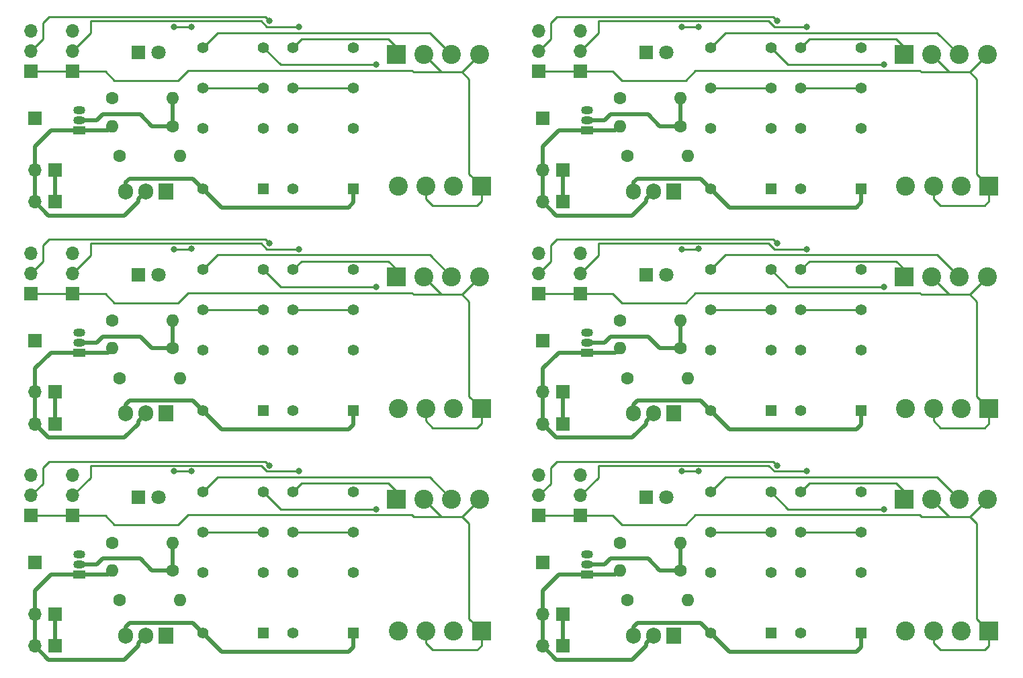
<source format=gbr>
%TF.GenerationSoftware,KiCad,Pcbnew,7.0.9*%
%TF.CreationDate,2024-06-08T21:24:25-04:00*%
%TF.ProjectId,Jackless-Panel,4a61636b-6c65-4737-932d-50616e656c2e,rev?*%
%TF.SameCoordinates,Original*%
%TF.FileFunction,Copper,L2,Bot*%
%TF.FilePolarity,Positive*%
%FSLAX46Y46*%
G04 Gerber Fmt 4.6, Leading zero omitted, Abs format (unit mm)*
G04 Created by KiCad (PCBNEW 7.0.9) date 2024-06-08 21:24:25*
%MOMM*%
%LPD*%
G01*
G04 APERTURE LIST*
%TA.AperFunction,ComponentPad*%
%ADD10R,1.800000X1.800000*%
%TD*%
%TA.AperFunction,ComponentPad*%
%ADD11C,1.800000*%
%TD*%
%TA.AperFunction,ComponentPad*%
%ADD12R,1.700000X1.700000*%
%TD*%
%TA.AperFunction,ComponentPad*%
%ADD13O,1.700000X1.700000*%
%TD*%
%TA.AperFunction,ComponentPad*%
%ADD14R,1.500000X1.050000*%
%TD*%
%TA.AperFunction,ComponentPad*%
%ADD15O,1.500000X1.050000*%
%TD*%
%TA.AperFunction,ComponentPad*%
%ADD16R,1.400000X1.400000*%
%TD*%
%TA.AperFunction,ComponentPad*%
%ADD17C,1.400000*%
%TD*%
%TA.AperFunction,ComponentPad*%
%ADD18C,1.600000*%
%TD*%
%TA.AperFunction,ComponentPad*%
%ADD19O,1.600000X1.600000*%
%TD*%
%TA.AperFunction,ComponentPad*%
%ADD20R,2.400000X2.400000*%
%TD*%
%TA.AperFunction,ComponentPad*%
%ADD21C,2.400000*%
%TD*%
%TA.AperFunction,ComponentPad*%
%ADD22R,1.905000X2.000000*%
%TD*%
%TA.AperFunction,ComponentPad*%
%ADD23O,1.905000X2.000000*%
%TD*%
%TA.AperFunction,ViaPad*%
%ADD24C,0.800000*%
%TD*%
%TA.AperFunction,Conductor*%
%ADD25C,0.250000*%
%TD*%
%TA.AperFunction,Conductor*%
%ADD26C,0.500000*%
%TD*%
G04 APERTURE END LIST*
D10*
%TO.P,D1,1,K*%
%TO.N,Board_2-/Ctrl_GND*%
X101025000Y-52750000D03*
D11*
%TO.P,D1,2,A*%
%TO.N,Board_2-Net-(D1-A)*%
X103565000Y-52750000D03*
%TD*%
D12*
%TO.P,Out1,1,Pin_1*%
%TO.N,Board_5-/Signal_Gnd*%
X156750000Y-83080000D03*
D13*
%TO.P,Out1,2,Pin_2*%
%TO.N,Board_5-/L_out*%
X156750000Y-80540000D03*
%TO.P,Out1,3,Pin_3*%
%TO.N,Board_5-/R_out*%
X156750000Y-78000000D03*
%TD*%
D14*
%TO.P,QL1,1,S*%
%TO.N,Board_3-/Ctrl_GND*%
X157610000Y-62520000D03*
D15*
%TO.P,QL1,2,G*%
%TO.N,Board_3-Net-(QL1-G)*%
X157610000Y-61250000D03*
%TO.P,QL1,3,D*%
%TO.N,Board_3-Net-(QL1-D)*%
X157610000Y-59980000D03*
%TD*%
D12*
%TO.P,J1,1,Pin_1*%
%TO.N,Board_0-/Control*%
X88000000Y-33000000D03*
%TD*%
%TO.P,J3,1,Pin_1*%
%TO.N,Board_0-/9V*%
X90500000Y-39500000D03*
D13*
%TO.P,J3,2,Pin_2*%
%TO.N,Board_0-/Ctrl_GND*%
X87960000Y-39500000D03*
%TD*%
D16*
%TO.P,Left/Mono1,1*%
%TO.N,Board_1-/5V*%
X192120000Y-41857500D03*
D17*
%TO.P,Left/Mono1,4*%
%TO.N,Board_1-/L_out*%
X192120000Y-34237500D03*
%TO.P,Left/Mono1,6*%
%TO.N,Board_1-Net-(Left/Mono1-Pad11)*%
X192120000Y-29157500D03*
%TO.P,Left/Mono1,8*%
%TO.N,Board_1-/L_Return*%
X192120000Y-24077500D03*
%TO.P,Left/Mono1,9*%
%TO.N,Board_1-/L_Send*%
X184500000Y-24077500D03*
%TO.P,Left/Mono1,11*%
%TO.N,Board_1-Net-(Left/Mono1-Pad11)*%
X184500000Y-29157500D03*
%TO.P,Left/Mono1,13*%
%TO.N,Board_1-/L_in*%
X184500000Y-34237500D03*
%TO.P,Left/Mono1,16*%
%TO.N,Board_1-Net-(QL1-D)*%
X184500000Y-41857500D03*
%TD*%
D10*
%TO.P,D1,1,K*%
%TO.N,Board_4-/Ctrl_GND*%
X101025000Y-80750000D03*
D11*
%TO.P,D1,2,A*%
%TO.N,Board_4-Net-(D1-A)*%
X103565000Y-80750000D03*
%TD*%
D18*
%TO.P,LGate1,1*%
%TO.N,Board_0-/Control*%
X97690000Y-30500000D03*
D19*
%TO.P,LGate1,2*%
%TO.N,Board_0-Net-(QL1-G)*%
X105310000Y-30500000D03*
%TD*%
D16*
%TO.P,Left/Mono1,1*%
%TO.N,Board_4-/5V*%
X128120000Y-97857500D03*
D17*
%TO.P,Left/Mono1,4*%
%TO.N,Board_4-/L_out*%
X128120000Y-90237500D03*
%TO.P,Left/Mono1,6*%
%TO.N,Board_4-Net-(Left/Mono1-Pad11)*%
X128120000Y-85157500D03*
%TO.P,Left/Mono1,8*%
%TO.N,Board_4-/L_Return*%
X128120000Y-80077500D03*
%TO.P,Left/Mono1,9*%
%TO.N,Board_4-/L_Send*%
X120500000Y-80077500D03*
%TO.P,Left/Mono1,11*%
%TO.N,Board_4-Net-(Left/Mono1-Pad11)*%
X120500000Y-85157500D03*
%TO.P,Left/Mono1,13*%
%TO.N,Board_4-/L_in*%
X120500000Y-90237500D03*
%TO.P,Left/Mono1,16*%
%TO.N,Board_4-Net-(QL1-D)*%
X120500000Y-97857500D03*
%TD*%
D18*
%TO.P,LeftPD1,1*%
%TO.N,Board_5-Net-(QL1-G)*%
X169310000Y-90000000D03*
D19*
%TO.P,LeftPD1,2*%
%TO.N,Board_5-/Ctrl_GND*%
X161690000Y-90000000D03*
%TD*%
D16*
%TO.P,Left/Mono1,1*%
%TO.N,Board_2-/5V*%
X128120000Y-69857500D03*
D17*
%TO.P,Left/Mono1,4*%
%TO.N,Board_2-/L_out*%
X128120000Y-62237500D03*
%TO.P,Left/Mono1,6*%
%TO.N,Board_2-Net-(Left/Mono1-Pad11)*%
X128120000Y-57157500D03*
%TO.P,Left/Mono1,8*%
%TO.N,Board_2-/L_Return*%
X128120000Y-52077500D03*
%TO.P,Left/Mono1,9*%
%TO.N,Board_2-/L_Send*%
X120500000Y-52077500D03*
%TO.P,Left/Mono1,11*%
%TO.N,Board_2-Net-(Left/Mono1-Pad11)*%
X120500000Y-57157500D03*
%TO.P,Left/Mono1,13*%
%TO.N,Board_2-/L_in*%
X120500000Y-62237500D03*
%TO.P,Left/Mono1,16*%
%TO.N,Board_2-Net-(QL1-D)*%
X120500000Y-69857500D03*
%TD*%
D10*
%TO.P,D1,1,K*%
%TO.N,Board_5-/Ctrl_GND*%
X165025000Y-80750000D03*
D11*
%TO.P,D1,2,A*%
%TO.N,Board_5-Net-(D1-A)*%
X167565000Y-80750000D03*
%TD*%
D18*
%TO.P,LGate1,1*%
%TO.N,Board_1-/Control*%
X161690000Y-30500000D03*
D19*
%TO.P,LGate1,2*%
%TO.N,Board_1-Net-(QL1-G)*%
X169310000Y-30500000D03*
%TD*%
D20*
%TO.P,J5,1,Pin_1*%
%TO.N,Board_0-/L_Send*%
X133500000Y-25000000D03*
D21*
%TO.P,J5,2,Pin_2*%
%TO.N,Board_0-/Signal_Gnd*%
X137000000Y-25000000D03*
%TO.P,J5,3,Pin_3*%
%TO.N,Board_0-/R_send*%
X140500000Y-25000000D03*
%TO.P,J5,4,Pin_4*%
%TO.N,Board_0-/Signal_Gnd*%
X144000000Y-25000000D03*
%TD*%
D18*
%TO.P,LeftPD1,1*%
%TO.N,Board_2-Net-(QL1-G)*%
X105310000Y-62000000D03*
D19*
%TO.P,LeftPD1,2*%
%TO.N,Board_2-/Ctrl_GND*%
X97690000Y-62000000D03*
%TD*%
D18*
%TO.P,RLed1,1*%
%TO.N,Board_4-/Control*%
X98690000Y-93750000D03*
D19*
%TO.P,RLed1,2*%
%TO.N,Board_4-Net-(D1-A)*%
X106310000Y-93750000D03*
%TD*%
D18*
%TO.P,LeftPD1,1*%
%TO.N,Board_0-Net-(QL1-G)*%
X105310000Y-34000000D03*
D19*
%TO.P,LeftPD1,2*%
%TO.N,Board_0-/Ctrl_GND*%
X97690000Y-34000000D03*
%TD*%
D16*
%TO.P,Right1,1*%
%TO.N,Board_1-Net-(QL1-D)*%
X180762500Y-41857500D03*
D17*
%TO.P,Right1,4*%
%TO.N,Board_1-/R_out*%
X180762500Y-34237500D03*
%TO.P,Right1,6*%
%TO.N,Board_1-Net-(Right1-Pad11)*%
X180762500Y-29157500D03*
%TO.P,Right1,8*%
%TO.N,Board_1-/R_Return*%
X180762500Y-24077500D03*
%TO.P,Right1,9*%
%TO.N,Board_1-/R_send*%
X173142500Y-24077500D03*
%TO.P,Right1,11*%
%TO.N,Board_1-Net-(Right1-Pad11)*%
X173142500Y-29157500D03*
%TO.P,Right1,13*%
%TO.N,Board_1-/R_in*%
X173142500Y-34237500D03*
%TO.P,Right1,16*%
%TO.N,Board_1-/5V*%
X173142500Y-41857500D03*
%TD*%
D18*
%TO.P,RLed1,1*%
%TO.N,Board_2-/Control*%
X98690000Y-65750000D03*
D19*
%TO.P,RLed1,2*%
%TO.N,Board_2-Net-(D1-A)*%
X106310000Y-65750000D03*
%TD*%
D12*
%TO.P,In1,1,Pin_1*%
%TO.N,Board_2-/Signal_Gnd*%
X87500000Y-55080000D03*
D13*
%TO.P,In1,2,Pin_2*%
%TO.N,Board_2-/L_in*%
X87500000Y-52540000D03*
%TO.P,In1,3,Pin_3*%
%TO.N,Board_2-/R_in*%
X87500000Y-50000000D03*
%TD*%
D12*
%TO.P,In1,1,Pin_1*%
%TO.N,Board_3-/Signal_Gnd*%
X151500000Y-55080000D03*
D13*
%TO.P,In1,2,Pin_2*%
%TO.N,Board_3-/L_in*%
X151500000Y-52540000D03*
%TO.P,In1,3,Pin_3*%
%TO.N,Board_3-/R_in*%
X151500000Y-50000000D03*
%TD*%
D12*
%TO.P,J1,1,Pin_1*%
%TO.N,Board_5-/Control*%
X152000000Y-89000000D03*
%TD*%
D16*
%TO.P,Left/Mono1,1*%
%TO.N,Board_3-/5V*%
X192120000Y-69857500D03*
D17*
%TO.P,Left/Mono1,4*%
%TO.N,Board_3-/L_out*%
X192120000Y-62237500D03*
%TO.P,Left/Mono1,6*%
%TO.N,Board_3-Net-(Left/Mono1-Pad11)*%
X192120000Y-57157500D03*
%TO.P,Left/Mono1,8*%
%TO.N,Board_3-/L_Return*%
X192120000Y-52077500D03*
%TO.P,Left/Mono1,9*%
%TO.N,Board_3-/L_Send*%
X184500000Y-52077500D03*
%TO.P,Left/Mono1,11*%
%TO.N,Board_3-Net-(Left/Mono1-Pad11)*%
X184500000Y-57157500D03*
%TO.P,Left/Mono1,13*%
%TO.N,Board_3-/L_in*%
X184500000Y-62237500D03*
%TO.P,Left/Mono1,16*%
%TO.N,Board_3-Net-(QL1-D)*%
X184500000Y-69857500D03*
%TD*%
D20*
%TO.P,J5,1,Pin_1*%
%TO.N,Board_5-/L_Send*%
X197500000Y-81000000D03*
D21*
%TO.P,J5,2,Pin_2*%
%TO.N,Board_5-/Signal_Gnd*%
X201000000Y-81000000D03*
%TO.P,J5,3,Pin_3*%
%TO.N,Board_5-/R_send*%
X204500000Y-81000000D03*
%TO.P,J5,4,Pin_4*%
%TO.N,Board_5-/Signal_Gnd*%
X208000000Y-81000000D03*
%TD*%
D12*
%TO.P,In1,1,Pin_1*%
%TO.N,Board_4-/Signal_Gnd*%
X87500000Y-83080000D03*
D13*
%TO.P,In1,2,Pin_2*%
%TO.N,Board_4-/L_in*%
X87500000Y-80540000D03*
%TO.P,In1,3,Pin_3*%
%TO.N,Board_4-/R_in*%
X87500000Y-78000000D03*
%TD*%
D18*
%TO.P,LGate1,1*%
%TO.N,Board_4-/Control*%
X97690000Y-86500000D03*
D19*
%TO.P,LGate1,2*%
%TO.N,Board_4-Net-(QL1-G)*%
X105310000Y-86500000D03*
%TD*%
D16*
%TO.P,Left/Mono1,1*%
%TO.N,Board_5-/5V*%
X192120000Y-97857500D03*
D17*
%TO.P,Left/Mono1,4*%
%TO.N,Board_5-/L_out*%
X192120000Y-90237500D03*
%TO.P,Left/Mono1,6*%
%TO.N,Board_5-Net-(Left/Mono1-Pad11)*%
X192120000Y-85157500D03*
%TO.P,Left/Mono1,8*%
%TO.N,Board_5-/L_Return*%
X192120000Y-80077500D03*
%TO.P,Left/Mono1,9*%
%TO.N,Board_5-/L_Send*%
X184500000Y-80077500D03*
%TO.P,Left/Mono1,11*%
%TO.N,Board_5-Net-(Left/Mono1-Pad11)*%
X184500000Y-85157500D03*
%TO.P,Left/Mono1,13*%
%TO.N,Board_5-/L_in*%
X184500000Y-90237500D03*
%TO.P,Left/Mono1,16*%
%TO.N,Board_5-Net-(QL1-D)*%
X184500000Y-97857500D03*
%TD*%
D18*
%TO.P,RLed1,1*%
%TO.N,Board_0-/Control*%
X98690000Y-37750000D03*
D19*
%TO.P,RLed1,2*%
%TO.N,Board_0-Net-(D1-A)*%
X106310000Y-37750000D03*
%TD*%
D20*
%TO.P,J5,1,Pin_1*%
%TO.N,Board_2-/L_Send*%
X133500000Y-53000000D03*
D21*
%TO.P,J5,2,Pin_2*%
%TO.N,Board_2-/Signal_Gnd*%
X137000000Y-53000000D03*
%TO.P,J5,3,Pin_3*%
%TO.N,Board_2-/R_send*%
X140500000Y-53000000D03*
%TO.P,J5,4,Pin_4*%
%TO.N,Board_2-/Signal_Gnd*%
X144000000Y-53000000D03*
%TD*%
D18*
%TO.P,LeftPD1,1*%
%TO.N,Board_1-Net-(QL1-G)*%
X169310000Y-34000000D03*
D19*
%TO.P,LeftPD1,2*%
%TO.N,Board_1-/Ctrl_GND*%
X161690000Y-34000000D03*
%TD*%
D12*
%TO.P,J2,1,Pin_1*%
%TO.N,Board_4-/9V*%
X90500000Y-99500000D03*
D13*
%TO.P,J2,2,Pin_2*%
%TO.N,Board_4-/Ctrl_GND*%
X87960000Y-99500000D03*
%TD*%
D18*
%TO.P,RLed1,1*%
%TO.N,Board_1-/Control*%
X162690000Y-37750000D03*
D19*
%TO.P,RLed1,2*%
%TO.N,Board_1-Net-(D1-A)*%
X170310000Y-37750000D03*
%TD*%
D12*
%TO.P,Out1,1,Pin_1*%
%TO.N,Board_0-/Signal_Gnd*%
X92750000Y-27080000D03*
D13*
%TO.P,Out1,2,Pin_2*%
%TO.N,Board_0-/L_out*%
X92750000Y-24540000D03*
%TO.P,Out1,3,Pin_3*%
%TO.N,Board_0-/R_out*%
X92750000Y-22000000D03*
%TD*%
D12*
%TO.P,J1,1,Pin_1*%
%TO.N,Board_3-/Control*%
X152000000Y-61000000D03*
%TD*%
D10*
%TO.P,D1,1,K*%
%TO.N,Board_3-/Ctrl_GND*%
X165025000Y-52750000D03*
D11*
%TO.P,D1,2,A*%
%TO.N,Board_3-Net-(D1-A)*%
X167565000Y-52750000D03*
%TD*%
D20*
%TO.P,J4,1,Pin_1*%
%TO.N,Board_4-/Signal_Gnd*%
X144250000Y-97600000D03*
D21*
%TO.P,J4,2,Pin_2*%
%TO.N,Board_4-/R_Return*%
X140750000Y-97600000D03*
%TO.P,J4,3,Pin_3*%
%TO.N,Board_4-/Signal_Gnd*%
X137250000Y-97600000D03*
%TO.P,J4,4,Pin_4*%
%TO.N,Board_4-/L_Return*%
X133750000Y-97600000D03*
%TD*%
D12*
%TO.P,Out1,1,Pin_1*%
%TO.N,Board_4-/Signal_Gnd*%
X92750000Y-83080000D03*
D13*
%TO.P,Out1,2,Pin_2*%
%TO.N,Board_4-/L_out*%
X92750000Y-80540000D03*
%TO.P,Out1,3,Pin_3*%
%TO.N,Board_4-/R_out*%
X92750000Y-78000000D03*
%TD*%
D16*
%TO.P,Right1,1*%
%TO.N,Board_4-Net-(QL1-D)*%
X116762500Y-97857500D03*
D17*
%TO.P,Right1,4*%
%TO.N,Board_4-/R_out*%
X116762500Y-90237500D03*
%TO.P,Right1,6*%
%TO.N,Board_4-Net-(Right1-Pad11)*%
X116762500Y-85157500D03*
%TO.P,Right1,8*%
%TO.N,Board_4-/R_Return*%
X116762500Y-80077500D03*
%TO.P,Right1,9*%
%TO.N,Board_4-/R_send*%
X109142500Y-80077500D03*
%TO.P,Right1,11*%
%TO.N,Board_4-Net-(Right1-Pad11)*%
X109142500Y-85157500D03*
%TO.P,Right1,13*%
%TO.N,Board_4-/R_in*%
X109142500Y-90237500D03*
%TO.P,Right1,16*%
%TO.N,Board_4-/5V*%
X109142500Y-97857500D03*
%TD*%
D18*
%TO.P,LeftPD1,1*%
%TO.N,Board_3-Net-(QL1-G)*%
X169310000Y-62000000D03*
D19*
%TO.P,LeftPD1,2*%
%TO.N,Board_3-/Ctrl_GND*%
X161690000Y-62000000D03*
%TD*%
D12*
%TO.P,Out1,1,Pin_1*%
%TO.N,Board_1-/Signal_Gnd*%
X156750000Y-27080000D03*
D13*
%TO.P,Out1,2,Pin_2*%
%TO.N,Board_1-/L_out*%
X156750000Y-24540000D03*
%TO.P,Out1,3,Pin_3*%
%TO.N,Board_1-/R_out*%
X156750000Y-22000000D03*
%TD*%
D12*
%TO.P,Out1,1,Pin_1*%
%TO.N,Board_3-/Signal_Gnd*%
X156750000Y-55080000D03*
D13*
%TO.P,Out1,2,Pin_2*%
%TO.N,Board_3-/L_out*%
X156750000Y-52540000D03*
%TO.P,Out1,3,Pin_3*%
%TO.N,Board_3-/R_out*%
X156750000Y-50000000D03*
%TD*%
D12*
%TO.P,J2,1,Pin_1*%
%TO.N,Board_2-/9V*%
X90500000Y-71500000D03*
D13*
%TO.P,J2,2,Pin_2*%
%TO.N,Board_2-/Ctrl_GND*%
X87960000Y-71500000D03*
%TD*%
D12*
%TO.P,J3,1,Pin_1*%
%TO.N,Board_4-/9V*%
X90500000Y-95500000D03*
D13*
%TO.P,J3,2,Pin_2*%
%TO.N,Board_4-/Ctrl_GND*%
X87960000Y-95500000D03*
%TD*%
D12*
%TO.P,Out1,1,Pin_1*%
%TO.N,Board_2-/Signal_Gnd*%
X92750000Y-55080000D03*
D13*
%TO.P,Out1,2,Pin_2*%
%TO.N,Board_2-/L_out*%
X92750000Y-52540000D03*
%TO.P,Out1,3,Pin_3*%
%TO.N,Board_2-/R_out*%
X92750000Y-50000000D03*
%TD*%
D12*
%TO.P,In1,1,Pin_1*%
%TO.N,Board_5-/Signal_Gnd*%
X151500000Y-83080000D03*
D13*
%TO.P,In1,2,Pin_2*%
%TO.N,Board_5-/L_in*%
X151500000Y-80540000D03*
%TO.P,In1,3,Pin_3*%
%TO.N,Board_5-/R_in*%
X151500000Y-78000000D03*
%TD*%
D12*
%TO.P,J1,1,Pin_1*%
%TO.N,Board_2-/Control*%
X88000000Y-61000000D03*
%TD*%
D20*
%TO.P,J4,1,Pin_1*%
%TO.N,Board_2-/Signal_Gnd*%
X144250000Y-69600000D03*
D21*
%TO.P,J4,2,Pin_2*%
%TO.N,Board_2-/R_Return*%
X140750000Y-69600000D03*
%TO.P,J4,3,Pin_3*%
%TO.N,Board_2-/Signal_Gnd*%
X137250000Y-69600000D03*
%TO.P,J4,4,Pin_4*%
%TO.N,Board_2-/L_Return*%
X133750000Y-69600000D03*
%TD*%
D12*
%TO.P,J2,1,Pin_1*%
%TO.N,Board_5-/9V*%
X154500000Y-99500000D03*
D13*
%TO.P,J2,2,Pin_2*%
%TO.N,Board_5-/Ctrl_GND*%
X151960000Y-99500000D03*
%TD*%
D12*
%TO.P,In1,1,Pin_1*%
%TO.N,Board_1-/Signal_Gnd*%
X151500000Y-27080000D03*
D13*
%TO.P,In1,2,Pin_2*%
%TO.N,Board_1-/L_in*%
X151500000Y-24540000D03*
%TO.P,In1,3,Pin_3*%
%TO.N,Board_1-/R_in*%
X151500000Y-22000000D03*
%TD*%
D12*
%TO.P,J3,1,Pin_1*%
%TO.N,Board_3-/9V*%
X154500000Y-67500000D03*
D13*
%TO.P,J3,2,Pin_2*%
%TO.N,Board_3-/Ctrl_GND*%
X151960000Y-67500000D03*
%TD*%
D18*
%TO.P,LGate1,1*%
%TO.N,Board_3-/Control*%
X161690000Y-58500000D03*
D19*
%TO.P,LGate1,2*%
%TO.N,Board_3-Net-(QL1-G)*%
X169310000Y-58500000D03*
%TD*%
D22*
%TO.P,U1,1,IN*%
%TO.N,Board_3-/9V*%
X168500000Y-70200000D03*
D23*
%TO.P,U1,2,GND*%
%TO.N,Board_3-/Ctrl_GND*%
X165960000Y-70200000D03*
%TO.P,U1,3,OUT*%
%TO.N,Board_3-/5V*%
X163420000Y-70200000D03*
%TD*%
D20*
%TO.P,J5,1,Pin_1*%
%TO.N,Board_1-/L_Send*%
X197500000Y-25000000D03*
D21*
%TO.P,J5,2,Pin_2*%
%TO.N,Board_1-/Signal_Gnd*%
X201000000Y-25000000D03*
%TO.P,J5,3,Pin_3*%
%TO.N,Board_1-/R_send*%
X204500000Y-25000000D03*
%TO.P,J5,4,Pin_4*%
%TO.N,Board_1-/Signal_Gnd*%
X208000000Y-25000000D03*
%TD*%
D12*
%TO.P,J1,1,Pin_1*%
%TO.N,Board_4-/Control*%
X88000000Y-89000000D03*
%TD*%
D14*
%TO.P,QL1,1,S*%
%TO.N,Board_5-/Ctrl_GND*%
X157610000Y-90520000D03*
D15*
%TO.P,QL1,2,G*%
%TO.N,Board_5-Net-(QL1-G)*%
X157610000Y-89250000D03*
%TO.P,QL1,3,D*%
%TO.N,Board_5-Net-(QL1-D)*%
X157610000Y-87980000D03*
%TD*%
D22*
%TO.P,U1,1,IN*%
%TO.N,Board_5-/9V*%
X168500000Y-98200000D03*
D23*
%TO.P,U1,2,GND*%
%TO.N,Board_5-/Ctrl_GND*%
X165960000Y-98200000D03*
%TO.P,U1,3,OUT*%
%TO.N,Board_5-/5V*%
X163420000Y-98200000D03*
%TD*%
D14*
%TO.P,QL1,1,S*%
%TO.N,Board_4-/Ctrl_GND*%
X93610000Y-90520000D03*
D15*
%TO.P,QL1,2,G*%
%TO.N,Board_4-Net-(QL1-G)*%
X93610000Y-89250000D03*
%TO.P,QL1,3,D*%
%TO.N,Board_4-Net-(QL1-D)*%
X93610000Y-87980000D03*
%TD*%
D12*
%TO.P,J2,1,Pin_1*%
%TO.N,Board_0-/9V*%
X90500000Y-43500000D03*
D13*
%TO.P,J2,2,Pin_2*%
%TO.N,Board_0-/Ctrl_GND*%
X87960000Y-43500000D03*
%TD*%
D16*
%TO.P,Right1,1*%
%TO.N,Board_3-Net-(QL1-D)*%
X180762500Y-69857500D03*
D17*
%TO.P,Right1,4*%
%TO.N,Board_3-/R_out*%
X180762500Y-62237500D03*
%TO.P,Right1,6*%
%TO.N,Board_3-Net-(Right1-Pad11)*%
X180762500Y-57157500D03*
%TO.P,Right1,8*%
%TO.N,Board_3-/R_Return*%
X180762500Y-52077500D03*
%TO.P,Right1,9*%
%TO.N,Board_3-/R_send*%
X173142500Y-52077500D03*
%TO.P,Right1,11*%
%TO.N,Board_3-Net-(Right1-Pad11)*%
X173142500Y-57157500D03*
%TO.P,Right1,13*%
%TO.N,Board_3-/R_in*%
X173142500Y-62237500D03*
%TO.P,Right1,16*%
%TO.N,Board_3-/5V*%
X173142500Y-69857500D03*
%TD*%
D10*
%TO.P,D1,1,K*%
%TO.N,Board_1-/Ctrl_GND*%
X165025000Y-24750000D03*
D11*
%TO.P,D1,2,A*%
%TO.N,Board_1-Net-(D1-A)*%
X167565000Y-24750000D03*
%TD*%
D18*
%TO.P,LGate1,1*%
%TO.N,Board_5-/Control*%
X161690000Y-86500000D03*
D19*
%TO.P,LGate1,2*%
%TO.N,Board_5-Net-(QL1-G)*%
X169310000Y-86500000D03*
%TD*%
D20*
%TO.P,J5,1,Pin_1*%
%TO.N,Board_3-/L_Send*%
X197500000Y-53000000D03*
D21*
%TO.P,J5,2,Pin_2*%
%TO.N,Board_3-/Signal_Gnd*%
X201000000Y-53000000D03*
%TO.P,J5,3,Pin_3*%
%TO.N,Board_3-/R_send*%
X204500000Y-53000000D03*
%TO.P,J5,4,Pin_4*%
%TO.N,Board_3-/Signal_Gnd*%
X208000000Y-53000000D03*
%TD*%
D22*
%TO.P,U1,1,IN*%
%TO.N,Board_0-/9V*%
X104500000Y-42200000D03*
D23*
%TO.P,U1,2,GND*%
%TO.N,Board_0-/Ctrl_GND*%
X101960000Y-42200000D03*
%TO.P,U1,3,OUT*%
%TO.N,Board_0-/5V*%
X99420000Y-42200000D03*
%TD*%
D10*
%TO.P,D1,1,K*%
%TO.N,Board_0-/Ctrl_GND*%
X101025000Y-24750000D03*
D11*
%TO.P,D1,2,A*%
%TO.N,Board_0-Net-(D1-A)*%
X103565000Y-24750000D03*
%TD*%
D22*
%TO.P,U1,1,IN*%
%TO.N,Board_2-/9V*%
X104500000Y-70200000D03*
D23*
%TO.P,U1,2,GND*%
%TO.N,Board_2-/Ctrl_GND*%
X101960000Y-70200000D03*
%TO.P,U1,3,OUT*%
%TO.N,Board_2-/5V*%
X99420000Y-70200000D03*
%TD*%
D18*
%TO.P,LeftPD1,1*%
%TO.N,Board_4-Net-(QL1-G)*%
X105310000Y-90000000D03*
D19*
%TO.P,LeftPD1,2*%
%TO.N,Board_4-/Ctrl_GND*%
X97690000Y-90000000D03*
%TD*%
D20*
%TO.P,J4,1,Pin_1*%
%TO.N,Board_1-/Signal_Gnd*%
X208250000Y-41600000D03*
D21*
%TO.P,J4,2,Pin_2*%
%TO.N,Board_1-/R_Return*%
X204750000Y-41600000D03*
%TO.P,J4,3,Pin_3*%
%TO.N,Board_1-/Signal_Gnd*%
X201250000Y-41600000D03*
%TO.P,J4,4,Pin_4*%
%TO.N,Board_1-/L_Return*%
X197750000Y-41600000D03*
%TD*%
D18*
%TO.P,RLed1,1*%
%TO.N,Board_5-/Control*%
X162690000Y-93750000D03*
D19*
%TO.P,RLed1,2*%
%TO.N,Board_5-Net-(D1-A)*%
X170310000Y-93750000D03*
%TD*%
D14*
%TO.P,QL1,1,S*%
%TO.N,Board_1-/Ctrl_GND*%
X157610000Y-34520000D03*
D15*
%TO.P,QL1,2,G*%
%TO.N,Board_1-Net-(QL1-G)*%
X157610000Y-33250000D03*
%TO.P,QL1,3,D*%
%TO.N,Board_1-Net-(QL1-D)*%
X157610000Y-31980000D03*
%TD*%
D20*
%TO.P,J4,1,Pin_1*%
%TO.N,Board_3-/Signal_Gnd*%
X208250000Y-69600000D03*
D21*
%TO.P,J4,2,Pin_2*%
%TO.N,Board_3-/R_Return*%
X204750000Y-69600000D03*
%TO.P,J4,3,Pin_3*%
%TO.N,Board_3-/Signal_Gnd*%
X201250000Y-69600000D03*
%TO.P,J4,4,Pin_4*%
%TO.N,Board_3-/L_Return*%
X197750000Y-69600000D03*
%TD*%
D20*
%TO.P,J4,1,Pin_1*%
%TO.N,Board_0-/Signal_Gnd*%
X144250000Y-41600000D03*
D21*
%TO.P,J4,2,Pin_2*%
%TO.N,Board_0-/R_Return*%
X140750000Y-41600000D03*
%TO.P,J4,3,Pin_3*%
%TO.N,Board_0-/Signal_Gnd*%
X137250000Y-41600000D03*
%TO.P,J4,4,Pin_4*%
%TO.N,Board_0-/L_Return*%
X133750000Y-41600000D03*
%TD*%
D18*
%TO.P,RLed1,1*%
%TO.N,Board_3-/Control*%
X162690000Y-65750000D03*
D19*
%TO.P,RLed1,2*%
%TO.N,Board_3-Net-(D1-A)*%
X170310000Y-65750000D03*
%TD*%
D22*
%TO.P,U1,1,IN*%
%TO.N,Board_4-/9V*%
X104500000Y-98200000D03*
D23*
%TO.P,U1,2,GND*%
%TO.N,Board_4-/Ctrl_GND*%
X101960000Y-98200000D03*
%TO.P,U1,3,OUT*%
%TO.N,Board_4-/5V*%
X99420000Y-98200000D03*
%TD*%
D12*
%TO.P,In1,1,Pin_1*%
%TO.N,Board_0-/Signal_Gnd*%
X87500000Y-27080000D03*
D13*
%TO.P,In1,2,Pin_2*%
%TO.N,Board_0-/L_in*%
X87500000Y-24540000D03*
%TO.P,In1,3,Pin_3*%
%TO.N,Board_0-/R_in*%
X87500000Y-22000000D03*
%TD*%
D12*
%TO.P,J3,1,Pin_1*%
%TO.N,Board_1-/9V*%
X154500000Y-39500000D03*
D13*
%TO.P,J3,2,Pin_2*%
%TO.N,Board_1-/Ctrl_GND*%
X151960000Y-39500000D03*
%TD*%
D16*
%TO.P,Right1,1*%
%TO.N,Board_2-Net-(QL1-D)*%
X116762500Y-69857500D03*
D17*
%TO.P,Right1,4*%
%TO.N,Board_2-/R_out*%
X116762500Y-62237500D03*
%TO.P,Right1,6*%
%TO.N,Board_2-Net-(Right1-Pad11)*%
X116762500Y-57157500D03*
%TO.P,Right1,8*%
%TO.N,Board_2-/R_Return*%
X116762500Y-52077500D03*
%TO.P,Right1,9*%
%TO.N,Board_2-/R_send*%
X109142500Y-52077500D03*
%TO.P,Right1,11*%
%TO.N,Board_2-Net-(Right1-Pad11)*%
X109142500Y-57157500D03*
%TO.P,Right1,13*%
%TO.N,Board_2-/R_in*%
X109142500Y-62237500D03*
%TO.P,Right1,16*%
%TO.N,Board_2-/5V*%
X109142500Y-69857500D03*
%TD*%
D20*
%TO.P,J4,1,Pin_1*%
%TO.N,Board_5-/Signal_Gnd*%
X208250000Y-97600000D03*
D21*
%TO.P,J4,2,Pin_2*%
%TO.N,Board_5-/R_Return*%
X204750000Y-97600000D03*
%TO.P,J4,3,Pin_3*%
%TO.N,Board_5-/Signal_Gnd*%
X201250000Y-97600000D03*
%TO.P,J4,4,Pin_4*%
%TO.N,Board_5-/L_Return*%
X197750000Y-97600000D03*
%TD*%
D14*
%TO.P,QL1,1,S*%
%TO.N,Board_2-/Ctrl_GND*%
X93610000Y-62520000D03*
D15*
%TO.P,QL1,2,G*%
%TO.N,Board_2-Net-(QL1-G)*%
X93610000Y-61250000D03*
%TO.P,QL1,3,D*%
%TO.N,Board_2-Net-(QL1-D)*%
X93610000Y-59980000D03*
%TD*%
D12*
%TO.P,J2,1,Pin_1*%
%TO.N,Board_3-/9V*%
X154500000Y-71500000D03*
D13*
%TO.P,J2,2,Pin_2*%
%TO.N,Board_3-/Ctrl_GND*%
X151960000Y-71500000D03*
%TD*%
D12*
%TO.P,J3,1,Pin_1*%
%TO.N,Board_2-/9V*%
X90500000Y-67500000D03*
D13*
%TO.P,J3,2,Pin_2*%
%TO.N,Board_2-/Ctrl_GND*%
X87960000Y-67500000D03*
%TD*%
D16*
%TO.P,Right1,1*%
%TO.N,Board_0-Net-(QL1-D)*%
X116762500Y-41857500D03*
D17*
%TO.P,Right1,4*%
%TO.N,Board_0-/R_out*%
X116762500Y-34237500D03*
%TO.P,Right1,6*%
%TO.N,Board_0-Net-(Right1-Pad11)*%
X116762500Y-29157500D03*
%TO.P,Right1,8*%
%TO.N,Board_0-/R_Return*%
X116762500Y-24077500D03*
%TO.P,Right1,9*%
%TO.N,Board_0-/R_send*%
X109142500Y-24077500D03*
%TO.P,Right1,11*%
%TO.N,Board_0-Net-(Right1-Pad11)*%
X109142500Y-29157500D03*
%TO.P,Right1,13*%
%TO.N,Board_0-/R_in*%
X109142500Y-34237500D03*
%TO.P,Right1,16*%
%TO.N,Board_0-/5V*%
X109142500Y-41857500D03*
%TD*%
D22*
%TO.P,U1,1,IN*%
%TO.N,Board_1-/9V*%
X168500000Y-42200000D03*
D23*
%TO.P,U1,2,GND*%
%TO.N,Board_1-/Ctrl_GND*%
X165960000Y-42200000D03*
%TO.P,U1,3,OUT*%
%TO.N,Board_1-/5V*%
X163420000Y-42200000D03*
%TD*%
D14*
%TO.P,QL1,1,S*%
%TO.N,Board_0-/Ctrl_GND*%
X93610000Y-34520000D03*
D15*
%TO.P,QL1,2,G*%
%TO.N,Board_0-Net-(QL1-G)*%
X93610000Y-33250000D03*
%TO.P,QL1,3,D*%
%TO.N,Board_0-Net-(QL1-D)*%
X93610000Y-31980000D03*
%TD*%
D12*
%TO.P,J3,1,Pin_1*%
%TO.N,Board_5-/9V*%
X154500000Y-95500000D03*
D13*
%TO.P,J3,2,Pin_2*%
%TO.N,Board_5-/Ctrl_GND*%
X151960000Y-95500000D03*
%TD*%
D18*
%TO.P,LGate1,1*%
%TO.N,Board_2-/Control*%
X97690000Y-58500000D03*
D19*
%TO.P,LGate1,2*%
%TO.N,Board_2-Net-(QL1-G)*%
X105310000Y-58500000D03*
%TD*%
D12*
%TO.P,J2,1,Pin_1*%
%TO.N,Board_1-/9V*%
X154500000Y-43500000D03*
D13*
%TO.P,J2,2,Pin_2*%
%TO.N,Board_1-/Ctrl_GND*%
X151960000Y-43500000D03*
%TD*%
D20*
%TO.P,J5,1,Pin_1*%
%TO.N,Board_4-/L_Send*%
X133500000Y-81000000D03*
D21*
%TO.P,J5,2,Pin_2*%
%TO.N,Board_4-/Signal_Gnd*%
X137000000Y-81000000D03*
%TO.P,J5,3,Pin_3*%
%TO.N,Board_4-/R_send*%
X140500000Y-81000000D03*
%TO.P,J5,4,Pin_4*%
%TO.N,Board_4-/Signal_Gnd*%
X144000000Y-81000000D03*
%TD*%
D16*
%TO.P,Left/Mono1,1*%
%TO.N,Board_0-/5V*%
X128120000Y-41857500D03*
D17*
%TO.P,Left/Mono1,4*%
%TO.N,Board_0-/L_out*%
X128120000Y-34237500D03*
%TO.P,Left/Mono1,6*%
%TO.N,Board_0-Net-(Left/Mono1-Pad11)*%
X128120000Y-29157500D03*
%TO.P,Left/Mono1,8*%
%TO.N,Board_0-/L_Return*%
X128120000Y-24077500D03*
%TO.P,Left/Mono1,9*%
%TO.N,Board_0-/L_Send*%
X120500000Y-24077500D03*
%TO.P,Left/Mono1,11*%
%TO.N,Board_0-Net-(Left/Mono1-Pad11)*%
X120500000Y-29157500D03*
%TO.P,Left/Mono1,13*%
%TO.N,Board_0-/L_in*%
X120500000Y-34237500D03*
%TO.P,Left/Mono1,16*%
%TO.N,Board_0-Net-(QL1-D)*%
X120500000Y-41857500D03*
%TD*%
D12*
%TO.P,J1,1,Pin_1*%
%TO.N,Board_1-/Control*%
X152000000Y-33000000D03*
%TD*%
D16*
%TO.P,Right1,1*%
%TO.N,Board_5-Net-(QL1-D)*%
X180762500Y-97857500D03*
D17*
%TO.P,Right1,4*%
%TO.N,Board_5-/R_out*%
X180762500Y-90237500D03*
%TO.P,Right1,6*%
%TO.N,Board_5-Net-(Right1-Pad11)*%
X180762500Y-85157500D03*
%TO.P,Right1,8*%
%TO.N,Board_5-/R_Return*%
X180762500Y-80077500D03*
%TO.P,Right1,9*%
%TO.N,Board_5-/R_send*%
X173142500Y-80077500D03*
%TO.P,Right1,11*%
%TO.N,Board_5-Net-(Right1-Pad11)*%
X173142500Y-85157500D03*
%TO.P,Right1,13*%
%TO.N,Board_5-/R_in*%
X173142500Y-90237500D03*
%TO.P,Right1,16*%
%TO.N,Board_5-/5V*%
X173142500Y-97857500D03*
%TD*%
D24*
%TO.N,Board_5-/R_out*%
X169500000Y-77500000D03*
X171669591Y-77474500D03*
%TO.N,Board_5-/R_Return*%
X195000000Y-82250000D03*
%TO.N,Board_5-/L_out*%
X185250000Y-77500000D03*
%TO.N,Board_5-/L_in*%
X181500000Y-76750000D03*
%TO.N,Board_4-/R_out*%
X105500000Y-77500000D03*
X107669591Y-77474500D03*
%TO.N,Board_4-/R_Return*%
X131000000Y-82250000D03*
%TO.N,Board_4-/L_out*%
X121250000Y-77500000D03*
%TO.N,Board_4-/L_in*%
X117500000Y-76750000D03*
%TO.N,Board_3-/R_out*%
X169500000Y-49500000D03*
X171669591Y-49474500D03*
%TO.N,Board_3-/R_Return*%
X195000000Y-54250000D03*
%TO.N,Board_3-/L_out*%
X185250000Y-49500000D03*
%TO.N,Board_3-/L_in*%
X181500000Y-48750000D03*
%TO.N,Board_2-/R_out*%
X105500000Y-49500000D03*
X107669591Y-49474500D03*
%TO.N,Board_2-/R_Return*%
X131000000Y-54250000D03*
%TO.N,Board_2-/L_out*%
X121250000Y-49500000D03*
%TO.N,Board_2-/L_in*%
X117500000Y-48750000D03*
%TO.N,Board_1-/R_out*%
X171669591Y-21474500D03*
X169500000Y-21500000D03*
%TO.N,Board_1-/R_Return*%
X195000000Y-26250000D03*
%TO.N,Board_1-/L_out*%
X185250000Y-21500000D03*
%TO.N,Board_1-/L_in*%
X181500000Y-20750000D03*
%TO.N,Board_0-/R_out*%
X105500000Y-21500000D03*
X107669591Y-21474500D03*
%TO.N,Board_0-/R_Return*%
X131000000Y-26250000D03*
%TO.N,Board_0-/L_out*%
X121250000Y-21500000D03*
%TO.N,Board_0-/L_in*%
X117500000Y-20750000D03*
%TD*%
D25*
%TO.N,Board_5-Net-(Right1-Pad11)*%
X173142500Y-85157500D02*
X180762500Y-85157500D01*
D26*
%TO.N,Board_5-Net-(QL1-G)*%
X157610000Y-89250000D02*
X159750000Y-89250000D01*
X166750000Y-90000000D02*
X169310000Y-90000000D01*
X159750000Y-89250000D02*
X160500000Y-88500000D01*
X160500000Y-88500000D02*
X165250000Y-88500000D01*
X169310000Y-86500000D02*
X169310000Y-90000000D01*
X165250000Y-88500000D02*
X166750000Y-90000000D01*
D25*
%TO.N,Board_5-Net-(Left/Mono1-Pad11)*%
X184500000Y-85157500D02*
X192120000Y-85157500D01*
%TO.N,Board_5-/Signal_Gnd*%
X170000000Y-84250000D02*
X171250000Y-83000000D01*
X160830000Y-83080000D02*
X162000000Y-84250000D01*
X203200000Y-83200000D02*
X199700000Y-83200000D01*
X151500000Y-83080000D02*
X160830000Y-83080000D01*
X201250000Y-99150000D02*
X202100000Y-100000000D01*
X201000000Y-81000000D02*
X203200000Y-83200000D01*
X205800000Y-83200000D02*
X208000000Y-81000000D01*
X199700000Y-83200000D02*
X199500000Y-83000000D01*
X207700000Y-100000000D02*
X208250000Y-99450000D01*
X206700000Y-96050000D02*
X208250000Y-97600000D01*
X162000000Y-84250000D02*
X170000000Y-84250000D01*
X151500000Y-83080000D02*
X155500000Y-83080000D01*
X206700000Y-84100000D02*
X206700000Y-96050000D01*
X205800000Y-83200000D02*
X206700000Y-84100000D01*
X208250000Y-99450000D02*
X208250000Y-97600000D01*
X203200000Y-83200000D02*
X205800000Y-83200000D01*
X201250000Y-97600000D02*
X201250000Y-99150000D01*
X171250000Y-83000000D02*
X199500000Y-83000000D01*
X202100000Y-100000000D02*
X207700000Y-100000000D01*
%TO.N,Board_5-/R_send*%
X201725000Y-78225000D02*
X204500000Y-81000000D01*
X173142500Y-80077500D02*
X174995000Y-78225000D01*
X174995000Y-78225000D02*
X201725000Y-78225000D01*
%TO.N,Board_5-/R_out*%
X171750000Y-77500000D02*
X171695091Y-77500000D01*
X171695091Y-77500000D02*
X171669591Y-77474500D01*
X169500000Y-77500000D02*
X171750000Y-77500000D01*
%TO.N,Board_5-/R_Return*%
X180762500Y-80077500D02*
X182935000Y-82250000D01*
X204500000Y-97350000D02*
X204750000Y-97600000D01*
X182935000Y-82250000D02*
X195000000Y-82250000D01*
%TO.N,Board_5-/L_out*%
X180474695Y-76750000D02*
X181224695Y-77500000D01*
X159000000Y-78290000D02*
X159000000Y-76750000D01*
X156750000Y-80540000D02*
X159000000Y-78290000D01*
X181224695Y-77500000D02*
X185250000Y-77500000D01*
X159000000Y-76750000D02*
X180474695Y-76750000D01*
%TO.N,Board_5-/L_in*%
X151500000Y-80540000D02*
X153000000Y-79040000D01*
X153000000Y-77000000D02*
X153750000Y-76250000D01*
X153000000Y-79040000D02*
X153000000Y-77000000D01*
X181000000Y-76250000D02*
X181500000Y-76750000D01*
X153750000Y-76250000D02*
X181000000Y-76250000D01*
%TO.N,Board_5-/L_Send*%
X196500000Y-79000000D02*
X197500000Y-80000000D01*
X184500000Y-80077500D02*
X185577500Y-79000000D01*
X185577500Y-79000000D02*
X196500000Y-79000000D01*
X197500000Y-80000000D02*
X197500000Y-81000000D01*
D26*
%TO.N,Board_5-/Ctrl_GND*%
X153710000Y-101250000D02*
X163250000Y-101250000D01*
X151960000Y-95500000D02*
X151960000Y-92540000D01*
X161170000Y-90520000D02*
X161690000Y-90000000D01*
X153980000Y-90520000D02*
X157610000Y-90520000D01*
X165000000Y-99160000D02*
X165960000Y-98200000D01*
X163250000Y-101250000D02*
X165000000Y-99500000D01*
X151960000Y-99500000D02*
X153710000Y-101250000D01*
X151960000Y-92540000D02*
X153980000Y-90520000D01*
X151960000Y-95500000D02*
X151960000Y-99500000D01*
X157610000Y-90520000D02*
X161170000Y-90520000D01*
X165000000Y-99500000D02*
X165000000Y-99160000D01*
%TO.N,Board_5-/9V*%
X154500000Y-95500000D02*
X154500000Y-99500000D01*
%TO.N,Board_5-/5V*%
X171890000Y-96605000D02*
X163895000Y-96605000D01*
X192120000Y-99630000D02*
X192120000Y-97857500D01*
X173142500Y-97857500D02*
X171890000Y-96605000D01*
X175535000Y-100250000D02*
X191500000Y-100250000D01*
X163420000Y-97080000D02*
X163420000Y-98200000D01*
X163895000Y-96605000D02*
X163420000Y-97080000D01*
X191500000Y-100250000D02*
X192120000Y-99630000D01*
X173142500Y-97857500D02*
X175535000Y-100250000D01*
D25*
%TO.N,Board_4-Net-(Right1-Pad11)*%
X109142500Y-85157500D02*
X116762500Y-85157500D01*
D26*
%TO.N,Board_4-Net-(QL1-G)*%
X95750000Y-89250000D02*
X96500000Y-88500000D01*
X101250000Y-88500000D02*
X102750000Y-90000000D01*
X105310000Y-86500000D02*
X105310000Y-90000000D01*
X93610000Y-89250000D02*
X95750000Y-89250000D01*
X96500000Y-88500000D02*
X101250000Y-88500000D01*
X102750000Y-90000000D02*
X105310000Y-90000000D01*
D25*
%TO.N,Board_4-Net-(Left/Mono1-Pad11)*%
X120500000Y-85157500D02*
X128120000Y-85157500D01*
%TO.N,Board_4-/Signal_Gnd*%
X87500000Y-83080000D02*
X96830000Y-83080000D01*
X137000000Y-81000000D02*
X139200000Y-83200000D01*
X139200000Y-83200000D02*
X135700000Y-83200000D01*
X137250000Y-97600000D02*
X137250000Y-99150000D01*
X139200000Y-83200000D02*
X141800000Y-83200000D01*
X98000000Y-84250000D02*
X106000000Y-84250000D01*
X106000000Y-84250000D02*
X107250000Y-83000000D01*
X144250000Y-99450000D02*
X144250000Y-97600000D01*
X142700000Y-84100000D02*
X142700000Y-96050000D01*
X87500000Y-83080000D02*
X91500000Y-83080000D01*
X135700000Y-83200000D02*
X135500000Y-83000000D01*
X142700000Y-96050000D02*
X144250000Y-97600000D01*
X143700000Y-100000000D02*
X144250000Y-99450000D01*
X141800000Y-83200000D02*
X144000000Y-81000000D01*
X141800000Y-83200000D02*
X142700000Y-84100000D01*
X107250000Y-83000000D02*
X135500000Y-83000000D01*
X138100000Y-100000000D02*
X143700000Y-100000000D01*
X96830000Y-83080000D02*
X98000000Y-84250000D01*
X137250000Y-99150000D02*
X138100000Y-100000000D01*
%TO.N,Board_4-/R_send*%
X109142500Y-80077500D02*
X110995000Y-78225000D01*
X137725000Y-78225000D02*
X140500000Y-81000000D01*
X110995000Y-78225000D02*
X137725000Y-78225000D01*
%TO.N,Board_4-/R_out*%
X107750000Y-77500000D02*
X107695091Y-77500000D01*
X107695091Y-77500000D02*
X107669591Y-77474500D01*
X105500000Y-77500000D02*
X107750000Y-77500000D01*
%TO.N,Board_4-/R_Return*%
X118935000Y-82250000D02*
X131000000Y-82250000D01*
X140500000Y-97350000D02*
X140750000Y-97600000D01*
X116762500Y-80077500D02*
X118935000Y-82250000D01*
%TO.N,Board_4-/L_out*%
X116474695Y-76750000D02*
X117224695Y-77500000D01*
X95000000Y-78290000D02*
X95000000Y-76750000D01*
X117224695Y-77500000D02*
X121250000Y-77500000D01*
X95000000Y-76750000D02*
X116474695Y-76750000D01*
X92750000Y-80540000D02*
X95000000Y-78290000D01*
%TO.N,Board_4-/L_in*%
X117000000Y-76250000D02*
X117500000Y-76750000D01*
X87500000Y-80540000D02*
X89000000Y-79040000D01*
X89000000Y-79040000D02*
X89000000Y-77000000D01*
X89750000Y-76250000D02*
X117000000Y-76250000D01*
X89000000Y-77000000D02*
X89750000Y-76250000D01*
%TO.N,Board_4-/L_Send*%
X133500000Y-80000000D02*
X133500000Y-81000000D01*
X120500000Y-80077500D02*
X121577500Y-79000000D01*
X121577500Y-79000000D02*
X132500000Y-79000000D01*
X132500000Y-79000000D02*
X133500000Y-80000000D01*
D26*
%TO.N,Board_4-/Ctrl_GND*%
X99250000Y-101250000D02*
X101000000Y-99500000D01*
X89980000Y-90520000D02*
X93610000Y-90520000D01*
X87960000Y-99500000D02*
X89710000Y-101250000D01*
X87960000Y-92540000D02*
X89980000Y-90520000D01*
X101000000Y-99500000D02*
X101000000Y-99160000D01*
X97170000Y-90520000D02*
X97690000Y-90000000D01*
X93610000Y-90520000D02*
X97170000Y-90520000D01*
X89710000Y-101250000D02*
X99250000Y-101250000D01*
X87960000Y-95500000D02*
X87960000Y-92540000D01*
X87960000Y-95500000D02*
X87960000Y-99500000D01*
X101000000Y-99160000D02*
X101960000Y-98200000D01*
%TO.N,Board_4-/9V*%
X90500000Y-95500000D02*
X90500000Y-99500000D01*
%TO.N,Board_4-/5V*%
X99895000Y-96605000D02*
X99420000Y-97080000D01*
X109142500Y-97857500D02*
X107890000Y-96605000D01*
X109142500Y-97857500D02*
X111535000Y-100250000D01*
X111535000Y-100250000D02*
X127500000Y-100250000D01*
X107890000Y-96605000D02*
X99895000Y-96605000D01*
X128120000Y-99630000D02*
X128120000Y-97857500D01*
X127500000Y-100250000D02*
X128120000Y-99630000D01*
X99420000Y-97080000D02*
X99420000Y-98200000D01*
D25*
%TO.N,Board_3-Net-(Right1-Pad11)*%
X173142500Y-57157500D02*
X180762500Y-57157500D01*
D26*
%TO.N,Board_3-Net-(QL1-G)*%
X160500000Y-60500000D02*
X165250000Y-60500000D01*
X166750000Y-62000000D02*
X169310000Y-62000000D01*
X157610000Y-61250000D02*
X159750000Y-61250000D01*
X165250000Y-60500000D02*
X166750000Y-62000000D01*
X169310000Y-58500000D02*
X169310000Y-62000000D01*
X159750000Y-61250000D02*
X160500000Y-60500000D01*
D25*
%TO.N,Board_3-Net-(Left/Mono1-Pad11)*%
X184500000Y-57157500D02*
X192120000Y-57157500D01*
%TO.N,Board_3-/Signal_Gnd*%
X162000000Y-56250000D02*
X170000000Y-56250000D01*
X199700000Y-55200000D02*
X199500000Y-55000000D01*
X171250000Y-55000000D02*
X199500000Y-55000000D01*
X206700000Y-56100000D02*
X206700000Y-68050000D01*
X151500000Y-55080000D02*
X155500000Y-55080000D01*
X205800000Y-55200000D02*
X208000000Y-53000000D01*
X160830000Y-55080000D02*
X162000000Y-56250000D01*
X170000000Y-56250000D02*
X171250000Y-55000000D01*
X205800000Y-55200000D02*
X206700000Y-56100000D01*
X201250000Y-71150000D02*
X202100000Y-72000000D01*
X206700000Y-68050000D02*
X208250000Y-69600000D01*
X207700000Y-72000000D02*
X208250000Y-71450000D01*
X151500000Y-55080000D02*
X160830000Y-55080000D01*
X202100000Y-72000000D02*
X207700000Y-72000000D01*
X203200000Y-55200000D02*
X205800000Y-55200000D01*
X201000000Y-53000000D02*
X203200000Y-55200000D01*
X203200000Y-55200000D02*
X199700000Y-55200000D01*
X208250000Y-71450000D02*
X208250000Y-69600000D01*
X201250000Y-69600000D02*
X201250000Y-71150000D01*
%TO.N,Board_3-/R_send*%
X173142500Y-52077500D02*
X174995000Y-50225000D01*
X174995000Y-50225000D02*
X201725000Y-50225000D01*
X201725000Y-50225000D02*
X204500000Y-53000000D01*
%TO.N,Board_3-/R_out*%
X171750000Y-49500000D02*
X171695091Y-49500000D01*
X171695091Y-49500000D02*
X171669591Y-49474500D01*
X169500000Y-49500000D02*
X171750000Y-49500000D01*
%TO.N,Board_3-/R_Return*%
X180762500Y-52077500D02*
X182935000Y-54250000D01*
X204500000Y-69350000D02*
X204750000Y-69600000D01*
X182935000Y-54250000D02*
X195000000Y-54250000D01*
%TO.N,Board_3-/L_out*%
X180474695Y-48750000D02*
X181224695Y-49500000D01*
X159000000Y-48750000D02*
X180474695Y-48750000D01*
X156750000Y-52540000D02*
X159000000Y-50290000D01*
X159000000Y-50290000D02*
X159000000Y-48750000D01*
X181224695Y-49500000D02*
X185250000Y-49500000D01*
%TO.N,Board_3-/L_in*%
X153000000Y-49000000D02*
X153750000Y-48250000D01*
X151500000Y-52540000D02*
X153000000Y-51040000D01*
X153000000Y-51040000D02*
X153000000Y-49000000D01*
X181000000Y-48250000D02*
X181500000Y-48750000D01*
X153750000Y-48250000D02*
X181000000Y-48250000D01*
%TO.N,Board_3-/L_Send*%
X196500000Y-51000000D02*
X197500000Y-52000000D01*
X197500000Y-52000000D02*
X197500000Y-53000000D01*
X184500000Y-52077500D02*
X185577500Y-51000000D01*
X185577500Y-51000000D02*
X196500000Y-51000000D01*
D26*
%TO.N,Board_3-/Ctrl_GND*%
X165000000Y-71500000D02*
X165000000Y-71160000D01*
X153980000Y-62520000D02*
X157610000Y-62520000D01*
X157610000Y-62520000D02*
X161170000Y-62520000D01*
X151960000Y-67500000D02*
X151960000Y-71500000D01*
X163250000Y-73250000D02*
X165000000Y-71500000D01*
X151960000Y-67500000D02*
X151960000Y-64540000D01*
X151960000Y-64540000D02*
X153980000Y-62520000D01*
X153710000Y-73250000D02*
X163250000Y-73250000D01*
X151960000Y-71500000D02*
X153710000Y-73250000D01*
X165000000Y-71160000D02*
X165960000Y-70200000D01*
X161170000Y-62520000D02*
X161690000Y-62000000D01*
%TO.N,Board_3-/9V*%
X154500000Y-67500000D02*
X154500000Y-71500000D01*
%TO.N,Board_3-/5V*%
X173142500Y-69857500D02*
X171890000Y-68605000D01*
X163895000Y-68605000D02*
X163420000Y-69080000D01*
X171890000Y-68605000D02*
X163895000Y-68605000D01*
X175535000Y-72250000D02*
X191500000Y-72250000D01*
X192120000Y-71630000D02*
X192120000Y-69857500D01*
X163420000Y-69080000D02*
X163420000Y-70200000D01*
X173142500Y-69857500D02*
X175535000Y-72250000D01*
X191500000Y-72250000D02*
X192120000Y-71630000D01*
D25*
%TO.N,Board_2-Net-(Right1-Pad11)*%
X109142500Y-57157500D02*
X116762500Y-57157500D01*
D26*
%TO.N,Board_2-Net-(QL1-G)*%
X96500000Y-60500000D02*
X101250000Y-60500000D01*
X101250000Y-60500000D02*
X102750000Y-62000000D01*
X105310000Y-58500000D02*
X105310000Y-62000000D01*
X102750000Y-62000000D02*
X105310000Y-62000000D01*
X95750000Y-61250000D02*
X96500000Y-60500000D01*
X93610000Y-61250000D02*
X95750000Y-61250000D01*
D25*
%TO.N,Board_2-Net-(Left/Mono1-Pad11)*%
X120500000Y-57157500D02*
X128120000Y-57157500D01*
%TO.N,Board_2-/Signal_Gnd*%
X137250000Y-71150000D02*
X138100000Y-72000000D01*
X141800000Y-55200000D02*
X142700000Y-56100000D01*
X107250000Y-55000000D02*
X135500000Y-55000000D01*
X137000000Y-53000000D02*
X139200000Y-55200000D01*
X137250000Y-69600000D02*
X137250000Y-71150000D01*
X139200000Y-55200000D02*
X141800000Y-55200000D01*
X87500000Y-55080000D02*
X96830000Y-55080000D01*
X87500000Y-55080000D02*
X91500000Y-55080000D01*
X142700000Y-56100000D02*
X142700000Y-68050000D01*
X138100000Y-72000000D02*
X143700000Y-72000000D01*
X144250000Y-71450000D02*
X144250000Y-69600000D01*
X143700000Y-72000000D02*
X144250000Y-71450000D01*
X98000000Y-56250000D02*
X106000000Y-56250000D01*
X106000000Y-56250000D02*
X107250000Y-55000000D01*
X96830000Y-55080000D02*
X98000000Y-56250000D01*
X135700000Y-55200000D02*
X135500000Y-55000000D01*
X139200000Y-55200000D02*
X135700000Y-55200000D01*
X141800000Y-55200000D02*
X144000000Y-53000000D01*
X142700000Y-68050000D02*
X144250000Y-69600000D01*
%TO.N,Board_2-/R_send*%
X109142500Y-52077500D02*
X110995000Y-50225000D01*
X110995000Y-50225000D02*
X137725000Y-50225000D01*
X137725000Y-50225000D02*
X140500000Y-53000000D01*
%TO.N,Board_2-/R_out*%
X107750000Y-49500000D02*
X107695091Y-49500000D01*
X107695091Y-49500000D02*
X107669591Y-49474500D01*
X105500000Y-49500000D02*
X107750000Y-49500000D01*
%TO.N,Board_2-/R_Return*%
X116762500Y-52077500D02*
X118935000Y-54250000D01*
X118935000Y-54250000D02*
X131000000Y-54250000D01*
X140500000Y-69350000D02*
X140750000Y-69600000D01*
%TO.N,Board_2-/L_out*%
X116474695Y-48750000D02*
X117224695Y-49500000D01*
X95000000Y-48750000D02*
X116474695Y-48750000D01*
X92750000Y-52540000D02*
X95000000Y-50290000D01*
X117224695Y-49500000D02*
X121250000Y-49500000D01*
X95000000Y-50290000D02*
X95000000Y-48750000D01*
%TO.N,Board_2-/L_in*%
X89000000Y-49000000D02*
X89750000Y-48250000D01*
X89000000Y-51040000D02*
X89000000Y-49000000D01*
X117000000Y-48250000D02*
X117500000Y-48750000D01*
X87500000Y-52540000D02*
X89000000Y-51040000D01*
X89750000Y-48250000D02*
X117000000Y-48250000D01*
%TO.N,Board_2-/L_Send*%
X133500000Y-52000000D02*
X133500000Y-53000000D01*
X121577500Y-51000000D02*
X132500000Y-51000000D01*
X132500000Y-51000000D02*
X133500000Y-52000000D01*
X120500000Y-52077500D02*
X121577500Y-51000000D01*
D26*
%TO.N,Board_2-/Ctrl_GND*%
X93610000Y-62520000D02*
X97170000Y-62520000D01*
X89980000Y-62520000D02*
X93610000Y-62520000D01*
X101000000Y-71500000D02*
X101000000Y-71160000D01*
X99250000Y-73250000D02*
X101000000Y-71500000D01*
X87960000Y-71500000D02*
X89710000Y-73250000D01*
X87960000Y-64540000D02*
X89980000Y-62520000D01*
X89710000Y-73250000D02*
X99250000Y-73250000D01*
X87960000Y-67500000D02*
X87960000Y-64540000D01*
X101000000Y-71160000D02*
X101960000Y-70200000D01*
X87960000Y-67500000D02*
X87960000Y-71500000D01*
X97170000Y-62520000D02*
X97690000Y-62000000D01*
%TO.N,Board_2-/9V*%
X90500000Y-67500000D02*
X90500000Y-71500000D01*
%TO.N,Board_2-/5V*%
X109142500Y-69857500D02*
X107890000Y-68605000D01*
X127500000Y-72250000D02*
X128120000Y-71630000D01*
X111535000Y-72250000D02*
X127500000Y-72250000D01*
X109142500Y-69857500D02*
X111535000Y-72250000D01*
X107890000Y-68605000D02*
X99895000Y-68605000D01*
X128120000Y-71630000D02*
X128120000Y-69857500D01*
X99420000Y-69080000D02*
X99420000Y-70200000D01*
X99895000Y-68605000D02*
X99420000Y-69080000D01*
D25*
%TO.N,Board_1-Net-(Right1-Pad11)*%
X173142500Y-29157500D02*
X180762500Y-29157500D01*
D26*
%TO.N,Board_1-Net-(QL1-G)*%
X159750000Y-33250000D02*
X160500000Y-32500000D01*
X166750000Y-34000000D02*
X169310000Y-34000000D01*
X165250000Y-32500000D02*
X166750000Y-34000000D01*
X157610000Y-33250000D02*
X159750000Y-33250000D01*
X160500000Y-32500000D02*
X165250000Y-32500000D01*
X169310000Y-30500000D02*
X169310000Y-34000000D01*
D25*
%TO.N,Board_1-Net-(Left/Mono1-Pad11)*%
X184500000Y-29157500D02*
X192120000Y-29157500D01*
%TO.N,Board_1-/Signal_Gnd*%
X201250000Y-41600000D02*
X201250000Y-43150000D01*
X170000000Y-28250000D02*
X171250000Y-27000000D01*
X206700000Y-28100000D02*
X206700000Y-40050000D01*
X162000000Y-28250000D02*
X170000000Y-28250000D01*
X206700000Y-40050000D02*
X208250000Y-41600000D01*
X171250000Y-27000000D02*
X199500000Y-27000000D01*
X203200000Y-27200000D02*
X199700000Y-27200000D01*
X201000000Y-25000000D02*
X203200000Y-27200000D01*
X201250000Y-43150000D02*
X202100000Y-44000000D01*
X205800000Y-27200000D02*
X206700000Y-28100000D01*
X202100000Y-44000000D02*
X207700000Y-44000000D01*
X205800000Y-27200000D02*
X208000000Y-25000000D01*
X203200000Y-27200000D02*
X205800000Y-27200000D01*
X160830000Y-27080000D02*
X162000000Y-28250000D01*
X199700000Y-27200000D02*
X199500000Y-27000000D01*
X208250000Y-43450000D02*
X208250000Y-41600000D01*
X207700000Y-44000000D02*
X208250000Y-43450000D01*
X151500000Y-27080000D02*
X160830000Y-27080000D01*
X151500000Y-27080000D02*
X155500000Y-27080000D01*
%TO.N,Board_1-/R_send*%
X201725000Y-22225000D02*
X204500000Y-25000000D01*
X173142500Y-24077500D02*
X174995000Y-22225000D01*
X174995000Y-22225000D02*
X201725000Y-22225000D01*
%TO.N,Board_1-/R_out*%
X171750000Y-21500000D02*
X171695091Y-21500000D01*
X169500000Y-21500000D02*
X171750000Y-21500000D01*
X171695091Y-21500000D02*
X171669591Y-21474500D01*
%TO.N,Board_1-/R_Return*%
X182935000Y-26250000D02*
X195000000Y-26250000D01*
X180762500Y-24077500D02*
X182935000Y-26250000D01*
X204500000Y-41350000D02*
X204750000Y-41600000D01*
%TO.N,Board_1-/L_out*%
X159000000Y-20750000D02*
X180474695Y-20750000D01*
X181224695Y-21500000D02*
X185250000Y-21500000D01*
X180474695Y-20750000D02*
X181224695Y-21500000D01*
X159000000Y-22290000D02*
X159000000Y-20750000D01*
X156750000Y-24540000D02*
X159000000Y-22290000D01*
%TO.N,Board_1-/L_in*%
X153750000Y-20250000D02*
X181000000Y-20250000D01*
X181000000Y-20250000D02*
X181500000Y-20750000D01*
X151500000Y-24540000D02*
X153000000Y-23040000D01*
X153000000Y-21000000D02*
X153750000Y-20250000D01*
X153000000Y-23040000D02*
X153000000Y-21000000D01*
%TO.N,Board_1-/L_Send*%
X184500000Y-24077500D02*
X185577500Y-23000000D01*
X197500000Y-24000000D02*
X197500000Y-25000000D01*
X196500000Y-23000000D02*
X197500000Y-24000000D01*
X185577500Y-23000000D02*
X196500000Y-23000000D01*
D26*
%TO.N,Board_1-/Ctrl_GND*%
X163250000Y-45250000D02*
X165000000Y-43500000D01*
X153980000Y-34520000D02*
X157610000Y-34520000D01*
X151960000Y-39500000D02*
X151960000Y-43500000D01*
X157610000Y-34520000D02*
X161170000Y-34520000D01*
X151960000Y-36540000D02*
X153980000Y-34520000D01*
X165000000Y-43160000D02*
X165960000Y-42200000D01*
X161170000Y-34520000D02*
X161690000Y-34000000D01*
X151960000Y-39500000D02*
X151960000Y-36540000D01*
X153710000Y-45250000D02*
X163250000Y-45250000D01*
X165000000Y-43500000D02*
X165000000Y-43160000D01*
X151960000Y-43500000D02*
X153710000Y-45250000D01*
%TO.N,Board_1-/9V*%
X154500000Y-39500000D02*
X154500000Y-43500000D01*
%TO.N,Board_1-/5V*%
X192120000Y-43630000D02*
X192120000Y-41857500D01*
X171890000Y-40605000D02*
X163895000Y-40605000D01*
X163895000Y-40605000D02*
X163420000Y-41080000D01*
X173142500Y-41857500D02*
X175535000Y-44250000D01*
X173142500Y-41857500D02*
X171890000Y-40605000D01*
X191500000Y-44250000D02*
X192120000Y-43630000D01*
X163420000Y-41080000D02*
X163420000Y-42200000D01*
X175535000Y-44250000D02*
X191500000Y-44250000D01*
D25*
%TO.N,Board_0-Net-(Right1-Pad11)*%
X109142500Y-29157500D02*
X116762500Y-29157500D01*
D26*
%TO.N,Board_0-Net-(QL1-G)*%
X101250000Y-32500000D02*
X102750000Y-34000000D01*
X96500000Y-32500000D02*
X101250000Y-32500000D01*
X105310000Y-30500000D02*
X105310000Y-34000000D01*
X93610000Y-33250000D02*
X95750000Y-33250000D01*
X102750000Y-34000000D02*
X105310000Y-34000000D01*
X95750000Y-33250000D02*
X96500000Y-32500000D01*
D25*
%TO.N,Board_0-Net-(Left/Mono1-Pad11)*%
X120500000Y-29157500D02*
X128120000Y-29157500D01*
%TO.N,Board_0-/Signal_Gnd*%
X141800000Y-27200000D02*
X142700000Y-28100000D01*
X98000000Y-28250000D02*
X106000000Y-28250000D01*
X106000000Y-28250000D02*
X107250000Y-27000000D01*
X141800000Y-27200000D02*
X144000000Y-25000000D01*
X144250000Y-43450000D02*
X144250000Y-41600000D01*
X135700000Y-27200000D02*
X135500000Y-27000000D01*
X137250000Y-43150000D02*
X138100000Y-44000000D01*
X96830000Y-27080000D02*
X98000000Y-28250000D01*
X138100000Y-44000000D02*
X143700000Y-44000000D01*
X87500000Y-27080000D02*
X96830000Y-27080000D01*
X142700000Y-40050000D02*
X144250000Y-41600000D01*
X143700000Y-44000000D02*
X144250000Y-43450000D01*
X107250000Y-27000000D02*
X135500000Y-27000000D01*
X137000000Y-25000000D02*
X139200000Y-27200000D01*
X87500000Y-27080000D02*
X91500000Y-27080000D01*
X142700000Y-28100000D02*
X142700000Y-40050000D01*
X139200000Y-27200000D02*
X141800000Y-27200000D01*
X137250000Y-41600000D02*
X137250000Y-43150000D01*
X139200000Y-27200000D02*
X135700000Y-27200000D01*
%TO.N,Board_0-/R_send*%
X110995000Y-22225000D02*
X137725000Y-22225000D01*
X137725000Y-22225000D02*
X140500000Y-25000000D01*
X109142500Y-24077500D02*
X110995000Y-22225000D01*
%TO.N,Board_0-/R_out*%
X107695091Y-21500000D02*
X107669591Y-21474500D01*
X107750000Y-21500000D02*
X107695091Y-21500000D01*
X105500000Y-21500000D02*
X107750000Y-21500000D01*
%TO.N,Board_0-/R_Return*%
X118935000Y-26250000D02*
X131000000Y-26250000D01*
X140500000Y-41350000D02*
X140750000Y-41600000D01*
X116762500Y-24077500D02*
X118935000Y-26250000D01*
%TO.N,Board_0-/L_out*%
X116474695Y-20750000D02*
X117224695Y-21500000D01*
X95000000Y-20750000D02*
X116474695Y-20750000D01*
X95000000Y-22290000D02*
X95000000Y-20750000D01*
X92750000Y-24540000D02*
X95000000Y-22290000D01*
X117224695Y-21500000D02*
X121250000Y-21500000D01*
%TO.N,Board_0-/L_in*%
X89000000Y-21000000D02*
X89750000Y-20250000D01*
X117000000Y-20250000D02*
X117500000Y-20750000D01*
X89750000Y-20250000D02*
X117000000Y-20250000D01*
X89000000Y-23040000D02*
X89000000Y-21000000D01*
X87500000Y-24540000D02*
X89000000Y-23040000D01*
%TO.N,Board_0-/L_Send*%
X133500000Y-24000000D02*
X133500000Y-25000000D01*
X120500000Y-24077500D02*
X121577500Y-23000000D01*
X132500000Y-23000000D02*
X133500000Y-24000000D01*
X121577500Y-23000000D02*
X132500000Y-23000000D01*
D26*
%TO.N,Board_0-/Ctrl_GND*%
X87960000Y-36540000D02*
X89980000Y-34520000D01*
X101000000Y-43160000D02*
X101960000Y-42200000D01*
X89980000Y-34520000D02*
X93610000Y-34520000D01*
X87960000Y-43500000D02*
X89710000Y-45250000D01*
X87960000Y-39500000D02*
X87960000Y-43500000D01*
X93610000Y-34520000D02*
X97170000Y-34520000D01*
X101000000Y-43500000D02*
X101000000Y-43160000D01*
X89710000Y-45250000D02*
X99250000Y-45250000D01*
X97170000Y-34520000D02*
X97690000Y-34000000D01*
X99250000Y-45250000D02*
X101000000Y-43500000D01*
X87960000Y-39500000D02*
X87960000Y-36540000D01*
%TO.N,Board_0-/9V*%
X90500000Y-39500000D02*
X90500000Y-43500000D01*
%TO.N,Board_0-/5V*%
X109142500Y-41857500D02*
X111535000Y-44250000D01*
X99895000Y-40605000D02*
X99420000Y-41080000D01*
X107890000Y-40605000D02*
X99895000Y-40605000D01*
X109142500Y-41857500D02*
X107890000Y-40605000D01*
X127500000Y-44250000D02*
X128120000Y-43630000D01*
X99420000Y-41080000D02*
X99420000Y-42200000D01*
X111535000Y-44250000D02*
X127500000Y-44250000D01*
X128120000Y-43630000D02*
X128120000Y-41857500D01*
%TD*%
M02*

</source>
